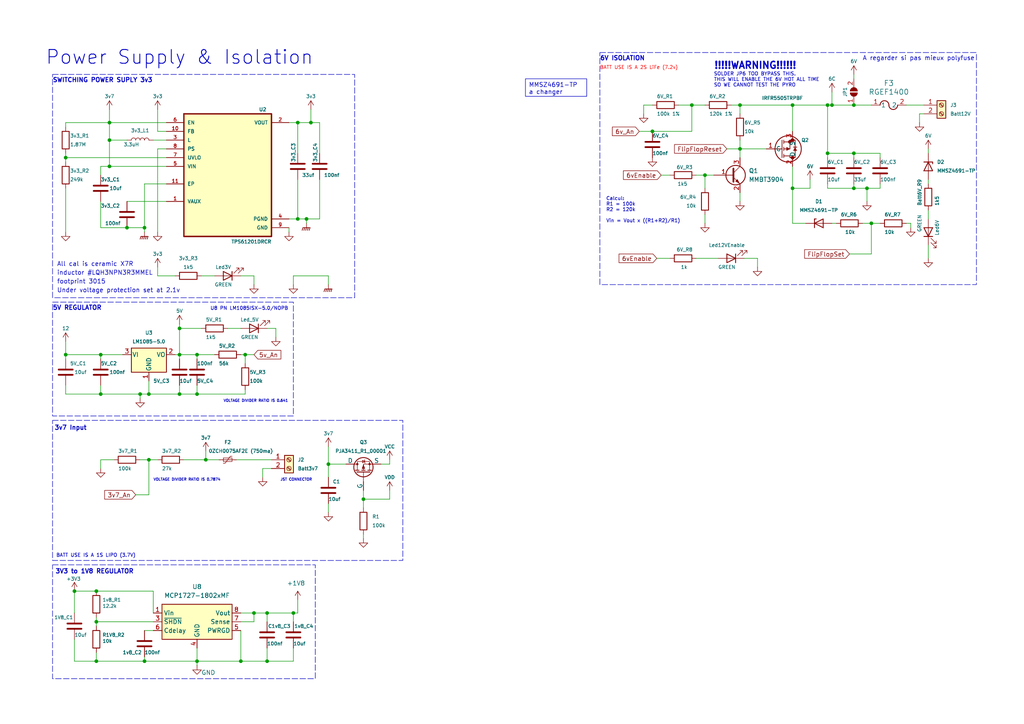
<source format=kicad_sch>
(kicad_sch (version 20231120) (generator "eeschema") (generator_version "8.0")
  (paper "A4")
  (title_block (title "PowerSupply") (date "2024-11-09") (company "GAUL"))
  (lib_symbols
    (symbol "Connector:Screw_Terminal_01x02" (pin_names (offset 1.016) hide)
      (property "Reference" "J" (at 0 2.54 0))
      (property "Value" "Screw_Terminal_01x02" (at 0 -5.08 0))
      (symbol "Screw_Terminal_01x02_1_1"
        (pin passive line (at -5.08 0 0) (length 3.81) (name "Pin_1") (number "1"))
        (pin passive line (at -5.08 -2.54 0) (length 3.81) (name "Pin_2") (number "2"))
      )
    )
    (symbol "Device:C" (pin_numbers hide) (pin_names (offset 0.254))
      (property "Reference" "C" (at 0.635 2.54 0))
      (property "Value" "C" (at 0.635 -2.54 0))
      (symbol "C_1_1"
        (pin passive line (at 0 3.81 270) (length 2.794) (name "~") (number "1"))
        (pin passive line (at 0 -3.81 90) (length 2.794) (name "~") (number "2"))
      )
    )
    (symbol "Device:L" (pin_numbers hide) (pin_names (offset 1.016) hide)
      (property "Reference" "L" (at -1.27 0 90))
      (property "Value" "L" (at 1.905 0 90))
      (symbol "L_1_1"
        (pin passive line (at 0 3.81 270) (length 1.27) (name "1") (number "1"))
        (pin passive line (at 0 -3.81 90) (length 1.27) (name "2") (number "2"))
      )
    )
    (symbol "Device:LED" (pin_numbers hide) (pin_names (offset 1.016) hide)
      (property "Reference" "D" (at 0 2.54 0))
      (property "Value" "LED" (at 0 -2.54 0))
      (symbol "LED_1_1"
        (pin passive line (at -3.81 0 0) (length 2.54) (name "K") (number "1"))
        (pin passive line (at 3.81 0 180) (length 2.54) (name "A") (number "2"))
      )
    )
    (symbol "Device:Polyfuse_Small" (pin_numbers hide) (pin_names (offset 0))
      (property "Reference" "F" (at -1.905 0 90))
      (property "Value" "Polyfuse_Small" (at 1.905 0 90))
      (symbol "Polyfuse_Small_1_1"
        (pin passive line (at 0 2.54 270) (length 0.635) (name "~") (number "1"))
        (pin passive line (at 0 -2.54 90) (length 0.635) (name "~") (number "2"))
      )
    )
    (symbol "Device:R" (pin_numbers hide) (pin_names (offset 0))
      (property "Reference" "R" (at 2.032 0 90))
      (property "Value" "R" (at 0 0 90))
      (symbol "R_1_1"
        (pin passive line (at 0 3.81 270) (length 1.27) (name "~") (number "1"))
        (pin passive line (at 0 -3.81 90) (length 1.27) (name "~") (number "2"))
      )
    )
    (symbol "Diode:BZV55C6V2" (pin_numbers hide) (pin_names hide)
      (property "Reference" "D" (at 0 2.54 0))
      (property "Value" "BZV55C6V2" (at 0 -2.54 0))
      (symbol "BZV55C6V2_1_1"
        (pin passive line (at -3.81 0 0) (length 2.54) (name "K") (number "1"))
        (pin passive line (at 3.81 0 180) (length 2.54) (name "A") (number "2"))
      )
    )
    (symbol "GND_1" (power) (pin_numbers hide) (pin_names (offset 0) hide)
      (property "Value" "GND" (at 0 -3.81 0))
      (symbol "GND_1_1_1"
        (pin power_in line (at 0 0 270) (length 0) (name "~") (number "1"))
      )
    )
    (symbol "IRFR5505TRPBF:IRFR5505TRPBF" (pin_names (offset 0.254))
      (property "Reference" "MOSFET" (at 11.43 1.905 0))
      (property "Value" "IRFR5505TRPBF" (at 11.43 -2.54 0))
      (symbol "IRFR5505TRPBF_0_1"
        (pin unspecified line (at 0 0 0) (length 2.54) (name "G") (number "1"))
        (pin unspecified line (at 7.62 5.08 270) (length 2.54) (name "D") (number "2"))
        (pin unspecified line (at 7.62 -5.08 90) (length 2.54) (name "S") (number "3"))
      )
    )
    (symbol "Jumper:SolderJumper_2_Open" (pin_names (offset 0) hide)
      (property "Reference" "JP" (at 0 2.032 0))
      (property "Value" "SolderJumper_2_Open" (at 0 -2.54 0))
      (symbol "SolderJumper_2_Open_1_1"
        (pin passive line (at -3.81 0 0) (length 2.54) (name "A") (number "1"))
        (pin passive line (at 3.81 0 180) (length 2.54) (name "B") (number "2"))
      )
    )
    (symbol "RGEF1400:RGEF1400" (pin_names (offset 0.254))
      (property "Reference" "F" (at 5.08 3.175 0))
      (property "Value" "RGEF1400" (at 5.08 -3.175 0))
      (symbol "RGEF1400_1_1"
        (pin unspecified line (at 0 0 0) (length 2.54) (name "1") (number "1"))
        (pin unspecified line (at 10.16 0 180) (length 2.54) (name "2") (number "2"))
      )
      (symbol "RGEF1400_1_2"
        (pin unspecified line (at 0 0 90) (length 2.54) (name "1") (number "1"))
        (pin unspecified line (at 0 10.16 270) (length 2.54) (name "2") (number "2"))
      )
    )
    (symbol "Regulator_Linear:LM1085-5.0" (pin_names (offset 0.254))
      (property "Reference" "U8" (at 0 6.35 0))
      (property "Value" "LM1085-5.0" (at 0 3.81 0))
      (symbol "LM1085-5.0_1_1"
        (pin power_in line (at 0 -7.62 90) (length 2.54) (name "GND") (number "1"))
        (pin passive line (at 7.62 0 180) (length 2.54) (name "VO") (number "2"))
        (pin power_in line (at -7.62 0 0) (length 2.54) (name "VI") (number "3"))
      )
    )
    (symbol "Regulator_Linear:MCP1727-1802xMF"
      (property "Reference" "U" (at -7.62 8.89 0))
      (property "Value" "MCP1727-1802xMF" (at 11.43 8.89 0))
      (symbol "MCP1727-1802xMF_0_0"
        (pin open_collector line (at 12.7 -2.54 180) (length 2.54) (name "PWRGD") (number "5"))
        (pin input line (at -12.7 -2.54 0) (length 2.54) (name "Cdelay") (number "6"))
        (pin input line (at 12.7 0 180) (length 2.54) (name "Sense") (number "7"))
        (pin power_out line (at 12.7 2.54 180) (length 2.54) (name "Vout") (number "8"))
      )
      (symbol "MCP1727-1802xMF_1_1"
        (pin power_in line (at -12.7 2.54 0) (length 2.54) (name "Vin") (number "1"))
        (pin passive line (at -12.7 2.54 0) (length 2.54) hide (name "Vin") (number "2"))
        (pin input line (at -12.7 0 0) (length 2.54) (name "~{SHDN}") (number "3"))
        (pin power_in line (at 0 -7.62 90) (length 2.54) (name "GND") (number "4"))
        (pin passive line (at 0 -7.62 90) (length 2.54) hide (name "GND") (number "9"))
      )
    )
    (symbol "Simulation_SPICE:PMOS" (pin_numbers hide) (pin_names (offset 0))
      (property "Reference" "Q2" (at 8.89 0 90))
      (property "Value" "PMOS" (at 6.35 0 90))
      (symbol "PMOS_1_1"
        (pin input line (at -5.08 0 0) (length 2.54) (name "G") (number "1"))
        (pin passive line (at 2.54 -5.08 90) (length 2.54) (name "S") (number "2"))
        (pin passive line (at 2.54 5.08 270) (length 2.54) (name "D") (number "3"))
      )
    )
    (symbol "TPS61201DRCR:TPS61201DRCR" (pin_names (offset 1.016))
      (property "Reference" "U5" (at 10.16 19.05 0))
      (property "Value" "TPS61201DRCR" (at 5.08 -19.05 0))
      (symbol "TPS61201DRCR_0_0"
        (pin bidirectional line (at -17.78 -7.62 0) (length 5.08) (name "VAUX") (number "1"))
        (pin input line (at -17.78 12.7 0) (length 5.08) (name "FB") (number "10"))
        (pin bidirectional line (at -17.78 -2.54 0) (length 5.08) (name "EP") (number "11"))
        (pin input line (at -17.78 10.16 0) (length 5.08) (name "L") (number "3"))
        (pin power_in line (at 17.78 -12.7 180) (length 5.08) (name "PGND") (number "4"))
        (pin input line (at -17.78 2.54 0) (length 5.08) (name "VIN") (number "5"))
        (pin input line (at -17.78 15.24 0) (length 5.08) (name "EN") (number "6"))
        (pin input line (at -17.78 5.08 0) (length 5.08) (name "UVLO") (number "7"))
        (pin input line (at -17.78 7.62 0) (length 5.08) (name "PS") (number "8"))
        (pin power_in line (at 17.78 -15.24 180) (length 5.08) (name "GND") (number "9"))
      )
      (symbol "TPS61201DRCR_1_0"
        (pin passive line (at 17.78 15.24 180) (length 5.08) (name "VOUT") (number "2"))
      )
    )
    (symbol "Transistor_BJT:MMBT3904" (pin_names (offset 0) hide)
      (property "Reference" "Q" (at 5.08 1.905 0))
      (property "Value" "MMBT3904" (at 5.08 0 0))
      (symbol "MMBT3904_1_1"
        (pin input line (at -5.08 0 0) (length 5.715) (name "B") (number "1"))
        (pin passive line (at 2.54 -5.08 90) (length 2.54) (name "E") (number "2"))
        (pin passive line (at 2.54 5.08 270) (length 2.54) (name "C") (number "3"))
      )
    )
    (symbol "power:+12C" (power) (pin_names (offset 0))
      (property "Value" "+12C" (at 0 3.81 0))
      (symbol "+12C_1_1"
        (pin power_in line (at 0 0 90) (length 0) hide (name "+12C") (number "1"))
      )
    )
    (symbol "power:+12P" (power) (pin_names (offset 0))
      (property "Value" "+12P" (at 0 3.556 0))
      (symbol "+12P_1_1"
        (pin power_in line (at 0 0 90) (length 0) hide (name "+12P") (number "1"))
      )
    )
    (symbol "power:+12V" (power) (pin_names (offset 0))
      (property "Value" "+12V" (at 0 3.556 0))
      (symbol "+12V_1_1"
        (pin power_in line (at 0 0 90) (length 0) hide (name "+12V") (number "1"))
      )
    )
    (symbol "power:+1V8" (power) (pin_numbers hide) (pin_names (offset 0) hide)
      (property "Value" "+1V8" (at 0 3.556 0))
      (symbol "+1V8_1_1"
        (pin power_in line (at 0 0 90) (length 0) (name "~") (number "1"))
      )
    )
    (symbol "power:+3V3" (power) (pin_names (offset 0))
      (property "Value" "+3V3" (at 0 3.556 0))
      (symbol "+3V3_1_1"
        (pin power_in line (at 0 0 90) (length 0) hide (name "+3V3") (number "1"))
      )
    )
    (symbol "power:+5V" (power) (pin_names (offset 0))
      (property "Value" "+5V" (at 0 3.556 0))
      (symbol "+5V_1_1"
        (pin power_in line (at 0 0 90) (length 0) hide (name "+5V") (number "1"))
      )
    )
    (symbol "power:+BATT" (power) (pin_names (offset 0))
      (property "Value" "+BATT" (at 0 3.556 0))
      (symbol "+BATT_1_1"
        (pin power_in line (at 0 0 90) (length 0) hide (name "+BATT") (number "1"))
      )
    )
    (symbol "power:GND" (power) (pin_names (offset 0))
      (property "Value" "GND" (at 0 -3.81 0))
      (symbol "GND_1_1"
        (pin power_in line (at 0 0 270) (length 0) hide (name "GND") (number "1"))
      )
    )
    (symbol "power:GNDPWR" (power) (pin_names (offset 0))
      (property "Value" "GNDPWR" (at 0 -3.302 0))
      (symbol "GNDPWR_1_1"
        (pin power_in line (at 0 0 270) (length 0) hide (name "GNDPWR") (number "1"))
      )
    )
    (symbol "power:VCC" (power) (pin_names (offset 0))
      (property "Value" "VCC" (at 0 3.81 0))
      (symbol "VCC_1_1"
        (pin power_in line (at 0 0 90) (length 0) hide (name "VCC") (number "1"))
      )
    )
    (symbol "power:VDD" (power) (pin_names (offset 0))
      (property "Value" "VDD" (at 0 3.81 0))
      (symbol "VDD_1_1"
        (pin power_in line (at 0 0 90) (length 0) hide (name "VDD") (number "1"))
      )
    )
  )
  (junction (at 19.05 102.87))
  (junction (at 31.75 35.56))
  (junction (at 240.03 44.45))
  (junction (at 52.07 114.3))
  (junction (at 27.94 171.45))
  (junction (at 247.65 44.45))
  (junction (at 86.36 35.56))
  (junction (at 90.17 35.56))
  (junction (at 19.05 45.72))
  (junction (at 189.23 38.1))
  (junction (at 29.21 102.87))
  (junction (at 43.18 133.35))
  (junction (at 43.18 114.3))
  (junction (at 73.66 177.8))
  (junction (at 86.36 63.5))
  (junction (at 105.41 144.78))
  (junction (at 241.3 30.48))
  (junction (at 88.9 63.5))
  (junction (at 252.73 64.77))
  (junction (at 77.47 191.77))
  (junction (at 229.87 30.48))
  (junction (at 36.83 66.04))
  (junction (at 41.91 191.77))
  (junction (at 214.63 30.48))
  (junction (at 31.75 40.64))
  (junction (at 247.65 54.61))
  (junction (at 57.15 114.3))
  (junction (at 57.15 102.87))
  (junction (at 69.85 191.77))
  (junction (at 200.66 30.48))
  (junction (at 59.69 133.35))
  (junction (at 251.46 54.61))
  (junction (at 52.07 95.25))
  (junction (at 57.15 191.77))
  (junction (at 240.03 30.48))
  (junction (at 40.64 114.3))
  (junction (at 41.91 66.04))
  (junction (at 77.47 177.8))
  (junction (at 95.25 134.62))
  (junction (at 214.63 43.18))
  (junction (at 204.47 50.8))
  (junction (at 71.12 102.87))
  (junction (at 31.75 48.26))
  (junction (at 229.87 54.61))
  (junction (at 85.09 177.8))
  (junction (at 27.94 180.34))
  (junction (at 21.59 171.45))
  (junction (at 247.65 30.48))
  (junction (at 29.21 114.3))
  (junction (at 52.07 102.87))
  (junction (at 27.94 191.77))
  (wire (pts (xy 214.63 40.64) (xy 214.63 43.18)))
  (wire (pts (xy 92.71 35.56) (xy 90.17 35.56)))
  (wire (pts (xy 266.7 33.02) (xy 266.7 35.56)))
  (wire (pts (xy 31.75 35.56) (xy 48.26 35.56)))
  (wire (pts (xy 48.26 53.34) (xy 41.91 53.34)))
  (wire (pts (xy 71.12 102.87) (xy 73.66 102.87)))
  (wire (pts (xy 250.19 64.77) (xy 252.73 64.77)))
  (wire (pts (xy 45.72 38.1) (xy 48.26 38.1)))
  (wire (pts (xy 240.03 54.61) (xy 247.65 54.61)))
  (wire (pts (xy 83.82 66.04) (xy 83.82 67.31)))
  (wire (pts (xy 59.69 130.81) (xy 59.69 133.35)))
  (wire (pts (xy 52.07 95.25) (xy 58.42 95.25)))
  (wire (pts (xy 29.21 111.76) (xy 29.21 114.3)))
  (wire (pts (xy 19.05 114.3) (xy 29.21 114.3)))
  (wire (pts (xy 219.71 74.93) (xy 219.71 77.47)))
  (wire (pts (xy 71.12 102.87) (xy 71.12 105.41)))
  (wire (pts (xy 29.21 114.3) (xy 40.64 114.3)))
  (wire (pts (xy 262.89 64.77) (xy 264.16 64.77)))
  (wire (pts (xy 113.03 144.78) (xy 105.41 144.78)))
  (wire (pts (xy 21.59 191.77) (xy 27.94 191.77)))
  (wire (pts (xy 43.18 114.3) (xy 40.64 114.3)))
  (wire (pts (xy 255.27 44.45) (xy 255.27 45.72)))
  (wire (pts (xy 267.97 33.02) (xy 266.7 33.02)))
  (wire (pts (xy 214.63 55.88) (xy 214.63 58.42)))
  (wire (pts (xy 229.87 30.48) (xy 229.87 38.1)))
  (wire (pts (xy 92.71 52.07) (xy 92.71 63.5)))
  (wire (pts (xy 240.03 53.34) (xy 240.03 54.61)))
  (wire (pts (xy 48.26 43.18) (xy 45.72 43.18)))
  (wire (pts (xy 57.15 114.3) (xy 71.12 114.3)))
  (wire (pts (xy 204.47 54.61) (xy 204.47 50.8)))
  (wire (pts (xy 52.07 95.25) (xy 52.07 102.87)))
  (wire (pts (xy 85.09 177.8) (xy 77.47 177.8)))
  (wire (pts (xy 69.85 80.01) (xy 73.66 80.01)))
  (wire (pts (xy 92.71 63.5) (xy 88.9 63.5)))
  (wire (pts (xy 200.66 30.48) (xy 204.47 30.48)))
  (wire (pts (xy 29.21 66.04) (xy 36.83 66.04)))
  (wire (pts (xy 92.71 44.45) (xy 92.71 35.56)))
  (wire (pts (xy 113.03 142.24) (xy 113.03 144.78)))
  (wire (pts (xy 210.82 43.18) (xy 214.63 43.18)))
  (wire (pts (xy 252.73 64.77) (xy 255.27 64.77)))
  (wire (pts (xy 95.25 129.54) (xy 95.25 134.62)))
  (wire (pts (xy 85.09 191.77) (xy 77.47 191.77)))
  (wire (pts (xy 196.85 30.48) (xy 200.66 30.48)))
  (wire (pts (xy 43.18 133.35) (xy 45.72 133.35)))
  (wire (pts (xy 86.36 63.5) (xy 88.9 63.5)))
  (wire (pts (xy 269.24 71.12) (xy 269.24 74.93)))
  (wire (pts (xy 105.41 154.94) (xy 105.41 156.21)))
  (wire (pts (xy 77.47 95.25) (xy 80.01 95.25)))
  (wire (pts (xy 229.87 54.61) (xy 234.95 54.61)))
  (wire (pts (xy 41.91 182.88) (xy 44.45 182.88)))
  (wire (pts (xy 21.59 171.45) (xy 27.94 171.45)))
  (wire (pts (xy 233.68 64.77) (xy 229.87 64.77)))
  (wire (pts (xy 247.65 30.48) (xy 252.73 30.48)))
  (wire (pts (xy 69.85 177.8) (xy 73.66 177.8)))
  (wire (pts (xy 95.25 134.62) (xy 100.33 134.62)))
  (wire (pts (xy 29.21 102.87) (xy 29.21 104.14)))
  (wire (pts (xy 86.36 177.8) (xy 85.09 177.8)))
  (wire (pts (xy 83.82 35.56) (xy 86.36 35.56)))
  (wire (pts (xy 40.64 114.3) (xy 40.64 115.57)))
  (wire (pts (xy 113.03 134.62) (xy 113.03 133.35)))
  (wire (pts (xy 31.75 48.26) (xy 31.75 40.64)))
  (wire (pts (xy 269.24 43.18) (xy 269.24 44.45)))
  (wire (pts (xy 27.94 191.77) (xy 41.91 191.77)))
  (wire (pts (xy 58.42 80.01) (xy 62.23 80.01)))
  (wire (pts (xy 95.25 82.55) (xy 95.25 80.01)))
  (wire (pts (xy 247.65 44.45) (xy 247.65 45.72)))
  (wire (pts (xy 214.63 43.18) (xy 222.25 43.18)))
  (wire (pts (xy 39.37 143.51) (xy 43.18 143.51)))
  (wire (pts (xy 27.94 171.45) (xy 44.45 171.45)))
  (wire (pts (xy 44.45 171.45) (xy 44.45 177.8)))
  (wire (pts (xy 86.36 173.99) (xy 86.36 177.8)))
  (wire (pts (xy 29.21 133.35) (xy 29.21 135.89)))
  (wire (pts (xy 35.56 102.87) (xy 29.21 102.87)))
  (wire (pts (xy 86.36 35.56) (xy 90.17 35.56)))
  (wire (pts (xy 48.26 48.26) (xy 31.75 48.26)))
  (wire (pts (xy 246.38 73.66) (xy 252.73 73.66)))
  (wire (pts (xy 85.09 180.34) (xy 85.09 177.8)))
  (wire (pts (xy 52.07 111.76) (xy 52.07 114.3)))
  (wire (pts (xy 247.65 44.45) (xy 255.27 44.45)))
  (wire (pts (xy 241.3 64.77) (xy 242.57 64.77)))
  (wire (pts (xy 69.85 180.34) (xy 73.66 180.34)))
  (wire (pts (xy 204.47 62.23) (xy 204.47 64.77)))
  (wire (pts (xy 19.05 111.76) (xy 19.05 114.3)))
  (wire (pts (xy 57.15 187.96) (xy 57.15 191.77)))
  (wire (pts (xy 247.65 54.61) (xy 251.46 54.61)))
  (wire (pts (xy 240.03 44.45) (xy 247.65 44.45)))
  (wire (pts (xy 201.93 74.93) (xy 208.28 74.93)))
  (wire (pts (xy 69.85 191.77) (xy 57.15 191.77)))
  (wire (pts (xy 240.03 30.48) (xy 240.03 44.45)))
  (wire (pts (xy 95.25 146.05) (xy 95.25 148.59)))
  (wire (pts (xy 105.41 144.78) (xy 105.41 142.24)))
  (wire (pts (xy 43.18 110.49) (xy 43.18 114.3)))
  (wire (pts (xy 215.9 74.93) (xy 219.71 74.93)))
  (wire (pts (xy 57.15 111.76) (xy 57.15 114.3)))
  (wire (pts (xy 186.69 30.48) (xy 186.69 33.02)))
  (wire (pts (xy 90.17 35.56) (xy 90.17 31.75)))
  (wire (pts (xy 68.58 133.35) (xy 78.74 133.35)))
  (wire (pts (xy 189.23 38.1) (xy 200.66 38.1)))
  (wire (pts (xy 255.27 53.34) (xy 255.27 54.61)))
  (wire (pts (xy 269.24 60.96) (xy 269.24 63.5)))
  (wire (pts (xy 229.87 48.26) (xy 229.87 54.61)))
  (wire (pts (xy 69.85 102.87) (xy 71.12 102.87)))
  (wire (pts (xy 50.8 102.87) (xy 52.07 102.87)))
  (wire (pts (xy 31.75 31.75) (xy 31.75 35.56)))
  (wire (pts (xy 234.95 54.61) (xy 234.95 52.07)))
  (wire (pts (xy 19.05 54.61) (xy 19.05 67.31)))
  (wire (pts (xy 66.04 95.25) (xy 69.85 95.25)))
  (wire (pts (xy 86.36 35.56) (xy 86.36 44.45)))
  (wire (pts (xy 212.09 30.48) (xy 214.63 30.48)))
  (wire (pts (xy 251.46 54.61) (xy 255.27 54.61)))
  (wire (pts (xy 204.47 50.8) (xy 207.01 50.8)))
  (wire (pts (xy 105.41 144.78) (xy 105.41 147.32)))
  (wire (pts (xy 76.2 135.89) (xy 76.2 138.43)))
  (wire (pts (xy 41.91 53.34) (xy 41.91 66.04)))
  (wire (pts (xy 29.21 48.26) (xy 29.21 50.8)))
  (wire (pts (xy 88.9 63.5) (xy 88.9 64.77)))
  (wire (pts (xy 45.72 77.47) (xy 45.72 80.01)))
  (wire (pts (xy 41.91 191.77) (xy 57.15 191.77)))
  (wire (pts (xy 214.63 33.02) (xy 214.63 30.48)))
  (wire (pts (xy 190.5 74.93) (xy 194.31 74.93)))
  (wire (pts (xy 240.03 44.45) (xy 240.03 45.72)))
  (wire (pts (xy 27.94 189.23) (xy 27.94 191.77)))
  (wire (pts (xy 214.63 43.18) (xy 214.63 45.72)))
  (wire (pts (xy 85.09 80.01) (xy 95.25 80.01)))
  (wire (pts (xy 57.15 193.04) (xy 57.15 191.77)))
  (wire (pts (xy 19.05 99.06) (xy 19.05 102.87)))
  (wire (pts (xy 110.49 134.62) (xy 113.03 134.62)))
  (wire (pts (xy 241.3 26.67) (xy 241.3 30.48)))
  (wire (pts (xy 73.66 180.34) (xy 73.66 177.8)))
  (wire (pts (xy 83.82 63.5) (xy 86.36 63.5)))
  (wire (pts (xy 36.83 40.64) (xy 31.75 40.64)))
  (wire (pts (xy 229.87 30.48) (xy 240.03 30.48)))
  (wire (pts (xy 19.05 35.56) (xy 19.05 36.83)))
  (wire (pts (xy 33.02 133.35) (xy 29.21 133.35)))
  (wire (pts (xy 21.59 171.45) (xy 21.59 177.8)))
  (wire (pts (xy 77.47 191.77) (xy 69.85 191.77)))
  (wire (pts (xy 45.72 80.01) (xy 50.8 80.01)))
  (wire (pts (xy 241.3 30.48) (xy 247.65 30.48)))
  (wire (pts (xy 19.05 46.99) (xy 19.05 45.72)))
  (wire (pts (xy 85.09 187.96) (xy 85.09 191.77)))
  (wire (pts (xy 36.83 66.04) (xy 41.91 66.04)))
  (wire (pts (xy 262.89 30.48) (xy 267.97 30.48)))
  (wire (pts (xy 19.05 45.72) (xy 48.26 45.72)))
  (wire (pts (xy 19.05 102.87) (xy 19.05 104.14)))
  (wire (pts (xy 200.66 38.1) (xy 200.66 30.48)))
  (wire (pts (xy 29.21 58.42) (xy 29.21 66.04)))
  (wire (pts (xy 19.05 35.56) (xy 31.75 35.56)))
  (wire (pts (xy 57.15 102.87) (xy 62.23 102.87)))
  (wire (pts (xy 43.18 143.51) (xy 43.18 133.35)))
  (wire (pts (xy 27.94 179.07) (xy 27.94 180.34)))
  (wire (pts (xy 52.07 93.98) (xy 52.07 95.25)))
  (wire (pts (xy 240.03 30.48) (xy 241.3 30.48)))
  (wire (pts (xy 264.16 64.77) (xy 264.16 66.04)))
  (wire (pts (xy 53.34 133.35) (xy 59.69 133.35)))
  (wire (pts (xy 29.21 102.87) (xy 19.05 102.87)))
  (wire (pts (xy 27.94 180.34) (xy 44.45 180.34)))
  (wire (pts (xy 229.87 64.77) (xy 229.87 54.61)))
  (wire (pts (xy 41.91 190.5) (xy 41.91 191.77)))
  (wire (pts (xy 44.45 40.64) (xy 48.26 40.64)))
  (wire (pts (xy 247.65 21.59) (xy 247.65 22.86)))
  (wire (pts (xy 27.94 180.34) (xy 27.94 181.61)))
  (wire (pts (xy 52.07 114.3) (xy 57.15 114.3)))
  (wire (pts (xy 57.15 102.87) (xy 57.15 104.14)))
  (wire (pts (xy 251.46 54.61) (xy 251.46 58.42)))
  (wire (pts (xy 77.47 180.34) (xy 77.47 177.8)))
  (wire (pts (xy 40.64 133.35) (xy 43.18 133.35)))
  (wire (pts (xy 21.59 185.42) (xy 21.59 191.77)))
  (wire (pts (xy 73.66 80.01) (xy 73.66 82.55)))
  (wire (pts (xy 77.47 187.96) (xy 77.47 191.77)))
  (wire (pts (xy 80.01 95.25) (xy 80.01 97.79)))
  (wire (pts (xy 52.07 102.87) (xy 52.07 104.14)))
  (wire (pts (xy 78.74 135.89) (xy 76.2 135.89)))
  (wire (pts (xy 48.26 58.42) (xy 36.83 58.42)))
  (wire (pts (xy 71.12 114.3) (xy 71.12 113.03)))
  (wire (pts (xy 52.07 102.87) (xy 57.15 102.87)))
  (wire (pts (xy 247.65 53.34) (xy 247.65 54.61)))
  (wire (pts (xy 269.24 52.07) (xy 269.24 53.34)))
  (wire (pts (xy 69.85 182.88) (xy 69.85 191.77)))
  (wire (pts (xy 85.09 80.01) (xy 85.09 82.55)))
  (wire (pts (xy 43.18 114.3) (xy 52.07 114.3)))
  (wire (pts (xy 31.75 35.56) (xy 31.75 40.64)))
  (wire (pts (xy 59.69 133.35) (xy 63.5 133.35)))
  (wire (pts (xy 45.72 43.18) (xy 45.72 67.31)))
  (wire (pts (xy 86.36 52.07) (xy 86.36 63.5)))
  (wire (pts (xy 73.66 177.8) (xy 77.47 177.8)))
  (wire (pts (xy 214.63 30.48) (xy 229.87 30.48)))
  (wire (pts (xy 191.77 50.8) (xy 194.31 50.8)))
  (wire (pts (xy 185.42 38.1) (xy 189.23 38.1)))
  (wire (pts (xy 252.73 73.66) (xy 252.73 64.77)))
  (wire (pts (xy 95.25 138.43) (xy 95.25 134.62)))
  (wire (pts (xy 201.93 50.8) (xy 204.47 50.8)))
  (wire (pts (xy 19.05 44.45) (xy 19.05 45.72)))
  (wire (pts (xy 41.91 66.04) (xy 41.91 67.31)))
  (wire (pts (xy 45.72 31.75) (xy 45.72 38.1)))
  (wire (pts (xy 189.23 30.48) (xy 186.69 30.48)))
  (wire (pts (xy 29.21 48.26) (xy 31.75 48.26)))
  (rectangle (start 15.24 21.59) (end 102.87 86.36) (stroke (width 0) (type dash)))
  (rectangle (start 173.99 15.24) (end 283.21 82.55) (stroke (width 0) (type dash)))
  (rectangle (start 15.24 87.63) (end 85.09 120.65) (stroke (width 0) (type dash)))
  (rectangle (start 15.24 163.83) (end 91.44 196.85) (stroke (width 0) (type dash)))
  (rectangle (start 15.24 121.92) (end 116.84 162.56) (stroke (width 0) (type dash)))
  (text_box "MMSZ4691-TP a changer\n" (at 152.4 22.86 0) (size 17.78 5.08) (effects (font (size 1.27 1.27)) (justify left top)))
  (text "Under voltage protection set at 2.1v" (at 16.51 85.09 0) (effects (font (size 1.27 1.27)) (justify left bottom)))
  (text "Calcul: \nR1 = 100k\nR2 = 120k\n\nVin = Vout x ((R1+R2)/R1)" (at 175.768 64.77 0) (effects (font (size 1 1)) (justify left bottom)))
  (text "5V REGULATOR" (at 15.24 90.17 0) (effects (font (size 1.27 1.27) (thickness 0.254) (bold yes)) (justify left bottom)))
  (text "JST CONNECTOR" (at 81.28 139.7 0) (effects (font (size 0.75 0.75)) (justify left bottom)))
  (text "3v7 Input" (at 15.748 124.968 0) (effects (font (size 1.27 1.27) (thickness 0.254) (bold yes)) (justify left bottom)))
  (text "U8 PN LM1085ISX-5.0/NOPB" (at 60.96 90.17 0) (effects (font (size 1 1)) (justify left bottom)))
  (text "footprint 3015" (at 16.51 82.55 0) (effects (font (size 1.27 1.27)) (justify left bottom)))
  (text "3V3 to 1V8 REGULATOR\n\n" (at 16.002 168.656 0) (effects (font (size 1.27 1.27) (thickness 0.254) (bold yes)) (justify left bottom)))
  (text "inductor #LQH3NPN3R3MMEL" (at 16.51 80.01 0) (effects (font (size 1.27 1.27)) (justify left bottom)))
  (text "BATT USE IS A 1S LIPO (3.7V)" (at 16.256 161.798 0) (effects (font (size 1 1)) (justify left bottom)))
  (text "6V ISOLATION" (at 173.99 17.78 0) (effects (font (size 1.27 1.27) (thickness 0.254) (bold yes)) (justify left bottom)))
  (text "VOLTAGE DIVIDER RATIO IS 0.7874" (at 44.45 139.7 0) (effects (font (size 0.75 0.75)) (justify left bottom)))
  (text "!!!!!WARNING!!!!!!" (at 207.01 20.32 0) (effects (font (size 2 2) (thickness 0.4) (bold yes)) (justify left bottom)))
  (text "All cal is ceramic X7R" (at 16.51 77.47 0) (effects (font (size 1.27 1.27)) (justify left bottom)))
  (text "SWITCHING POWER SUPLY 3v3" (at 15.24 24.13 0) (effects (font (size 1.27 1.27) (thickness 0.254) (bold yes)) (justify left bottom)))
  (text "SOLDER JP6 TOO BYPASS THIS.\nTHIS WILL ENABLE THE 6V HOT ALL TIME\nSO WE CANNOT TEST THE PYRO" (at 207.01 25.4 0) (effects (font (size 1 1)) (justify left bottom)))
  (text "A regarder si pas mieux polyfuse\n" (at 266.446 17.018 0) (effects (font (size 1.27 1.27))))
  (text "BATT USE IS A 2S LiFe (7.2v)" (at 173.99 20.32 0) (effects (font (size 1 1) (thickness 0.125)) (justify left bottom)))
  (text "Power Supply & Isolation" (at 52.07 16.764 0) (effects (font (size 4 4) (thickness 0.254) (bold yes))))
  (text "VOLTAGE DIVIDER RATIO IS 0.641" (at 64.77 116.84 0) (effects (font (size 0.75 0.75)) (justify left bottom)))
  (global_label "3v7_An" (shape input) (at 39.37 143.51 180) (property "Intersheetrefs" "${INTERSHEET_REFS}" (effects (hide yes))))
  (global_label "6vEnable" (shape input) (at 190.5 74.93 180) (property "Intersheetrefs" "${INTERSHEET_REFS}" (effects (hide yes))))
  (global_label "FlipFlopSet" (shape input) (at 246.38 73.66 180) (property "Intersheetrefs" "${INTERSHEET_REFS}" (effects (hide yes))))
  (global_label "FlipFlopReset" (shape input) (at 210.82 43.18 180) (property "Intersheetrefs" "${INTERSHEET_REFS}" (effects (hide yes))))
  (global_label "6v_An" (shape input) (at 185.42 38.1 180) (property "Intersheetrefs" "${INTERSHEET_REFS}" (effects (hide yes))))
  (global_label "5v_An" (shape input) (at 73.66 102.87 0) (property "Intersheetrefs" "${INTERSHEET_REFS}" (effects (hide yes))))
  (global_label "6vEnable" (shape input) (at 191.77 50.8 180) (property "Intersheetrefs" "${INTERSHEET_REFS}" (effects (hide yes))))
  (symbol (lib_id "Device:R") (at 19.05 40.64 0) (unit 1)
    (property "Reference" "3v3_R1" (at 20.32 39.37 0) (effects (font (size 1 1)) (justify left)))
    (property "Value" "1.87M" (at 20.32 41.91 0) (effects (font (size 1 1)) (justify left)))
    (property "Footprint" "Resistor_SMD:R_0805_2012Metric" (effects (hide yes)))
  )
  (symbol (lib_id "Device:C") (at 240.03 49.53 0) (unit 1)
    (property "Reference" "6V_C1" (at 240.03 46.99 0) (effects (font (size 1 1)) (justify left)))
    (property "Value" "10uf" (at 240.03 52.07 0) (effects (font (size 1 1)) (justify left)))
    (property "Footprint" "Capacitor_SMD:C_1206_3216Metric" (effects (hide yes)))
  )
  (symbol (lib_id "power:GND") (at 189.23 45.72 0) (unit 1)
    (property "Reference" "#PWR0102" (effects (hide yes)))
    (property "Value" "GND" (effects (hide yes)))
  )
  (symbol (lib_id "power:GND") (at 73.66 82.55 0) (unit 1)
    (property "Reference" "#PWR07" (effects (hide yes)))
    (property "Value" "GND" (effects (hide yes)))
  )
  (symbol (lib_id "power:GND") (at 80.01 97.79 0) (unit 1)
    (property "Reference" "#PWR019" (effects (hide yes)))
    (property "Value" "GND" (effects (hide yes)))
  )
  (symbol (lib_id "power:+3V3") (at 90.17 31.75 0) (unit 1)
    (property "Reference" "#PWR011" (effects (hide yes)))
    (property "Value" "3v3" (at 90.17 27.94 0) (effects (font (size 1 1))))
  )
  (symbol (lib_id "Device:R") (at 269.24 57.15 180) (unit 1)
    (property "Reference" "Batt6V_R9" (at 266.7 59.69 90) (effects (font (size 1 1)) (justify right)))
    (property "Value" "1k5" (at 271.78 59.69 90) (effects (font (size 1 1)) (justify right)))
    (property "Footprint" "Resistor_SMD:R_0805_2012Metric" (effects (hide yes)))
  )
  (symbol (lib_id "Device:C") (at 36.83 62.23 0) (unit 1)
    (property "Reference" "3v3_C2" (at 29.21 59.69 0) (effects (font (size 1 1)) (justify left)))
    (property "Value" "100nf" (at 30.48 64.77 0) (effects (font (size 1 1)) (justify left)))
    (property "Footprint" "Capacitor_SMD:C_0805_2012Metric" (effects (hide yes)))
  )
  (symbol (lib_id "power:GNDPWR") (at 95.25 82.55 0) (unit 1)
    (property "Reference" "#PWR012" (effects (hide yes)))
    (property "Value" "GNDPWR" (effects (hide yes)))
  )
  (symbol (lib_id "Device:R") (at 62.23 95.25 90) (unit 1)
    (property "Reference" "5V_R1" (at 59.69 92.71 90) (effects (font (size 1 1)) (justify right)))
    (property "Value" "1k5" (at 59.69 97.79 90) (effects (font (size 1 1)) (justify right)))
    (property "Footprint" "Resistor_SMD:R_0805_2012Metric" (effects (hide yes)))
  )
  (symbol (lib_id "Device:C") (at 19.05 107.95 0) (unit 1)
    (property "Reference" "5V_C1" (at 20.32 105.41 0) (effects (font (size 1 1)) (justify left)))
    (property "Value" "10uf" (at 21.59 107.95 0) (effects (font (size 1 1)) (justify left)))
    (property "Footprint" "Capacitor_SMD:C_0805_2012Metric" (effects (hide yes)))
  )
  (symbol (lib_id "Device:C") (at 21.59 181.61 0) (unit 1)
    (property "Reference" "1V8_C1" (at 15.748 179.07 0) (effects (font (size 0.9652 0.9652)) (justify left)))
    (property "Value" "10uf" (at 21.59 184.15 0) (effects (font (size 1 1)) (justify left)))
    (property "Footprint" "Capacitor_SMD:C_0805_2012Metric" (effects (hide yes)))
  )
  (symbol (lib_id "Device:C") (at 57.15 107.95 0) (unit 1)
    (property "Reference" "5V_C4" (at 57.15 110.49 0) (effects (font (size 1 1)) (justify left)))
    (property "Value" "100nf" (at 57.15 105.41 0) (effects (font (size 1 1)) (justify left)))
    (property "Footprint" "Capacitor_SMD:C_0805_2012Metric" (effects (hide yes)))
  )
  (symbol (lib_id "Regulator_Linear:MCP1727-1802xMF") (at 57.15 180.34 0) (unit 1)
    (property "Reference" "U8" (at 57.15 170.18 0))
    (property "Value" "MCP1727-1802xMF" (at 57.15 172.72 0))
    (property "Footprint" "Package_DFN_QFN:DFN-8-1EP_3x3mm_P0.65mm_EP1.55x2.4mm" (effects (hide yes)))
    (property "Datasheet" "https://ww1.microchip.com/downloads/aemtest/APID/ProductDocuments/DataSheets/MCP1727-1.5A-Low-Voltage-Low-Quiescent-Current-LDO-Regulator-20001999D.pdf" (effects (hide yes)))
    (property "Description" "1.5A, Low Voltage, Low Quiescent Current LDO Regulator, 2.3 - 6V Input, Fixed 1.8V Output, 330mV Dropout, DFN-8" (effects (hide yes)))
  )
  (symbol (lib_id "power:GND") (at 85.09 82.55 0) (unit 1)
    (property "Reference" "#PWR09" (effects (hide yes)))
    (property "Value" "GND" (effects (hide yes)))
  )
  (symbol (lib_id "Device:R") (at 27.94 175.26 180) (unit 1)
    (property "Reference" "1v8_R1" (at 29.718 173.99 0) (effects (font (size 0.9652 0.9652)) (justify right)))
    (property "Value" "12.2k" (at 29.718 175.768 0) (effects (font (size 0.9652 0.9652)) (justify right)))
    (property "Description" "Resistor" (effects (hide yes)))
  )
  (symbol (lib_id "Device:R") (at 105.41 151.13 0) (unit 1)
    (property "Reference" "R1" (at 107.95 149.86 0) (effects (font (size 1 1)) (justify left)))
    (property "Value" "100k" (at 107.95 152.4 0) (effects (font (size 1 1)) (justify left)))
    (property "Footprint" "Resistor_SMD:R_0805_2012Metric" (effects (hide yes)))
  )
  (symbol (lib_id "Device:R") (at 49.53 133.35 90) (unit 1)
    (property "Reference" "3v7_R2" (at 46.99 130.81 90) (effects (font (size 1 1)) (justify right)))
    (property "Value" "27k" (at 46.99 135.89 90) (effects (font (size 1 1)) (justify right)))
    (property "Footprint" "Resistor_SMD:R_0805_2012Metric" (effects (hide yes)))
  )
  (symbol (lib_id "power:+BATT") (at 59.69 130.81 0) (unit 1)
    (property "Reference" "#PWR021" (effects (hide yes)))
    (property "Value" "3v7" (at 59.69 127 0) (effects (font (size 1 1))))
  )
  (symbol (lib_id "Device:R") (at 246.38 64.77 270) (unit 1)
    (property "Reference" "6V_R6" (at 243.84 62.23 90) (effects (font (size 1 1)) (justify left)))
    (property "Value" "10k" (at 245.11 67.31 90) (effects (font (size 1 1)) (justify left)))
    (property "Footprint" "Resistor_SMD:R_0805_2012Metric" (effects (hide yes)))
  )
  (symbol (lib_id "Diode:BZV55C6V2") (at 237.49 64.77 0) (unit 1)
    (property "Reference" "D1" (at 237.49 58.42 0) (effects (font (size 1 1))))
    (property "Value" "MMSZ4691-TP" (at 237.49 60.96 0) (effects (font (size 1 1))))
    (property "Footprint" "Diode_SMD:D_SOD-123" (effects (hide yes)))
    (property "Datasheet" "https://assets.nexperia.com/documents/data-sheet/BZV55_SER.pdf" (effects (hide yes)))
  )
  (symbol (lib_id "power:VCC") (at 113.03 133.35 0) (unit 1)
    (property "Reference" "#PWR035" (effects (hide yes)))
    (property "Value" "VCC" (at 113.03 129.54 0) (effects (font (size 1 1))))
  )
  (symbol (lib_id "Device:C") (at 85.09 184.15 0) (unit 1)
    (property "Reference" "1v8_C4" (at 85.344 181.61 0) (effects (font (size 1 1)) (justify left)))
    (property "Value" "10uf" (at 85.09 186.69 0) (effects (font (size 1 1)) (justify left)))
    (property "Footprint" "Capacitor_SMD:C_0805_2012Metric" (effects (hide yes)))
  )
  (symbol (lib_id "power:GND") (at 266.7 35.56 0) (unit 1)
    (property "Reference" "#PWR032" (effects (hide yes)))
    (property "Value" "GND" (effects (hide yes)))
  )
  (symbol (lib_id "RGEF1400:RGEF1400") (at 252.73 30.48 0) (unit 1)
    (property "Reference" "F3" (at 257.81 24.13 0) (effects (font (size 1.524 1.524))))
    (property "Value" "RGEF1400" (at 257.81 26.67 0) (effects (font (size 1.524 1.524))))
    (property "Footprint" "FUS_RGEF1400_TYCO_TYC" (effects (hide yes)))
    (property "Datasheet" "RGEF1400" (effects (hide yes)))
  )
  (symbol (lib_id "power:+5V") (at 52.07 93.98 0) (unit 1)
    (property "Reference" "#PWR016" (effects (hide yes)))
    (property "Value" "5V" (at 52.07 90.17 0) (effects (font (size 1 1))))
  )
  (symbol (lib_id "Device:C") (at 255.27 49.53 0) (unit 1)
    (property "Reference" "6V_C3" (at 255.27 46.99 0) (effects (font (size 1 1)) (justify left)))
    (property "Value" "100nf" (at 255.27 52.07 0) (effects (font (size 1 1)) (justify left)))
    (property "Footprint" "Capacitor_SMD:C_1206_3216Metric" (effects (hide yes)))
  )
  (symbol (lib_id "Device:R") (at 66.04 102.87 90) (unit 1)
    (property "Reference" "5V_R2" (at 63.5 100.33 90) (effects (font (size 1 1)) (justify right)))
    (property "Value" "56k" (at 63.5 105.41 90) (effects (font (size 1 1)) (justify right)))
    (property "Footprint" "Resistor_SMD:R_0805_2012Metric" (effects (hide yes)))
  )
  (symbol (lib_id "power:+12C") (at 241.3 26.67 0) (unit 1)
    (property "Reference" "#PWR028" (effects (hide yes)))
    (property "Value" "6C" (at 241.3 22.86 0) (effects (font (size 1 1))))
  )
  (symbol (lib_id "power:GND") (at 19.05 67.31 0) (unit 1)
    (property "Reference" "#PWR01" (effects (hide yes)))
    (property "Value" "GND" (effects (hide yes)))
  )
  (symbol (lib_id "Device:Polyfuse_Small") (at 66.04 133.35 90) (unit 1)
    (property "Reference" "F2" (at 66.04 128.27 90) (effects (font (size 1 1))))
    (property "Value" "0ZCH0075AF2E (750ma)" (at 69.85 130.81 90) (effects (font (size 1 1))))
    (property "Footprint" "Fuse:Fuse_1210_3225Metric" (effects (hide yes)))
  )
  (symbol (lib_id "Connector:Screw_Terminal_01x02") (at 273.05 30.48 0) (unit 1)
    (property "Reference" "J3" (at 275.59 30.48 0) (effects (font (size 1 1)) (justify left)))
    (property "Value" "Batt12V" (at 275.59 33.02 0) (effects (font (size 1 1)) (justify left)))
    (property "Footprint" "Connector_Wire:SolderWire-2.5sqmm_1x02_P8.8mm_D2.4mm_OD4.4mm" (effects (hide yes)))
  )
  (symbol (lib_id "Simulation_SPICE:PMOS") (at 105.41 137.16 90) (unit 1)
    (property "Reference" "Q3" (at 105.41 128.27 90) (effects (font (size 1 1))))
    (property "Value" "PJA3411_R1_00001" (at 104.648 130.81 90) (effects (font (size 1 1))))
    (property "Footprint" "Package_TO_SOT_SMD:SOT-23-3" (effects (hide yes)))
    (property "Datasheet" "https://ngspice.sourceforge.io/docs/ngspice-manual.pdf" (effects (hide yes)))
    (property "Sim.Device" "PMOS" (effects (hide yes)))
    (property "Sim.Type" "VDMOS" (effects (hide yes)))
    (property "Sim.Pins" "1=D 2=G 3=S" (effects (hide yes)))
  )
  (symbol (lib_id "Device:R") (at 204.47 58.42 180) (unit 1)
    (property "Reference" "6V_R4" (at 201.93 57.15 0) (effects (font (size 1 1)) (justify left)))
    (property "Value" "10k" (at 201.93 59.69 0) (effects (font (size 1 1)) (justify left)))
    (property "Footprint" "Resistor_SMD:R_0805_2012Metric" (effects (hide yes)))
  )
  (symbol (lib_id "Device:R") (at 193.04 30.48 90) (unit 1)
    (property "Reference" "6V_R1" (at 190.5 27.94 90) (effects (font (size 1 1)) (justify right)))
    (property "Value" "100k 1%" (at 190.5 33.02 90) (effects (font (size 1 1)) (justify right)))
    (property "Footprint" "Resistor_SMD:R_0805_2012Metric" (effects (hide yes)))
  )
  (symbol (lib_id "Transistor_BJT:MMBT3904") (at 212.09 50.8 0) (unit 1)
    (property "Reference" "Q1" (at 217.17 49.53 0) (effects (justify left)))
    (property "Value" "MMBT3904" (at 217.17 52.07 0) (effects (justify left)))
    (property "Footprint" "Package_TO_SOT_SMD:SOT-23" (effects (hide yes)))
    (property "Datasheet" "https://www.onsemi.com/pdf/datasheet/pzt3904-d.pdf" (effects (hide yes)))
  )
  (symbol (lib_id "Device:C") (at 29.21 54.61 0) (unit 1)
    (property "Reference" "3v3_C1" (at 29.21 52.07 0) (effects (font (size 1 1)) (justify left)))
    (property "Value" "10uf" (at 31.75 54.61 0) (effects (font (size 1 1)) (justify left)))
    (property "Footprint" "Capacitor_SMD:C_0805_2012Metric" (effects (hide yes)))
  )
  (symbol (lib_name "GND_1") (lib_id "power:GND") (at 57.15 193.04 0) (unit 1)
    (property "Reference" "#PWR060" (effects (hide yes)))
    (property "Value" "GND" (at 62.484 195.072 0) (effects (justify right)))
    (property "Description" "Power symbol creates a global label with name \"GND\" , ground" (effects (hide yes)))
  )
  (symbol (lib_id "Device:R") (at 19.05 50.8 0) (unit 1)
    (property "Reference" "3v3_R2" (at 20.32 49.53 0) (effects (font (size 1 1)) (justify left)))
    (property "Value" "249k" (at 20.32 52.07 0) (effects (font (size 1 1)) (justify left)))
    (property "Footprint" "Resistor_SMD:R_0805_2012Metric" (effects (hide yes)))
  )
  (symbol (lib_id "power:GNDPWR") (at 41.91 67.31 0) (unit 1)
    (property "Reference" "#PWR03" (effects (hide yes)))
    (property "Value" "GNDPWR" (effects (hide yes)))
  )
  (symbol (lib_id "power:VDD") (at 113.03 142.24 0) (unit 1)
    (property "Reference" "#PWR036" (effects (hide yes)))
    (property "Value" "VDD" (at 113.03 138.43 0) (effects (font (size 1 1))))
  )
  (symbol (lib_id "power:+1V8") (at 86.36 173.99 0) (unit 1)
    (property "Reference" "#PWR061" (effects (hide yes)))
    (property "Value" "+1V8" (at 85.852 169.164 0))
    (property "Description" "Power symbol creates a global label with name \"+1V8\"" (effects (hide yes)))
  )
  (symbol (lib_id "power:GND") (at 83.82 67.31 0) (unit 1)
    (property "Reference" "#PWR08" (effects (hide yes)))
    (property "Value" "GND" (effects (hide yes)))
  )
  (symbol (lib_id "Device:LED") (at 66.04 80.01 180) (unit 1)
    (property "Reference" "Led3V" (at 64.77 77.47 0) (effects (font (size 1 1))))
    (property "Value" "GREEN" (at 64.77 82.55 0) (effects (font (size 1 1))))
    (property "Footprint" "LED_SMD:LED_0805_2012Metric" (effects (hide yes)))
  )
  (symbol (lib_id "Device:C") (at 247.65 49.53 0) (unit 1)
    (property "Reference" "6V_C2" (at 247.65 46.99 0) (effects (font (size 1 1)) (justify left)))
    (property "Value" "33uf" (at 247.65 52.07 0) (effects (font (size 1 1)) (justify left)))
    (property "Footprint" "Capacitor_SMD:C_1206_3216Metric" (effects (hide yes)))
  )
  (symbol (lib_id "Device:LED") (at 212.09 74.93 180) (unit 1)
    (property "Reference" "Led12VEnable" (at 210.82 71.12 0) (effects (font (size 1 1))))
    (property "Value" "GREEN" (at 210.82 77.47 0) (effects (font (size 1 1))))
    (property "Footprint" "LED_SMD:LED_0805_2012Metric" (effects (hide yes)))
  )
  (symbol (lib_id "power:GND") (at 29.21 135.89 0) (unit 1)
    (property "Reference" "#PWR020" (effects (hide yes)))
    (property "Value" "GND" (effects (hide yes)))
  )
  (symbol (lib_id "Device:C") (at 77.47 184.15 0) (unit 1)
    (property "Reference" "C1v8_C3" (at 77.724 181.61 0) (effects (font (size 1 1)) (justify left)))
    (property "Value" "100nf" (at 77.47 186.69 0) (effects (font (size 1 1)) (justify left)))
    (property "Footprint" "Capacitor_SMD:C_0805_2012Metric" (effects (hide yes)))
  )
  (symbol (lib_id "Device:R") (at 71.12 109.22 180) (unit 1)
    (property "Reference" "5V_R3" (at 72.39 107.95 0) (effects (font (size 1 1)) (justify right)))
    (property "Value" "100k" (at 72.39 110.49 0) (effects (font (size 1 1)) (justify right)))
    (property "Footprint" "Resistor_SMD:R_0805_2012Metric" (effects (hide yes)))
  )
  (symbol (lib_id "power:+12V") (at 247.65 21.59 0) (unit 1)
    (property "Reference" "#PWR029" (effects (hide yes)))
    (property "Value" "6V" (at 247.65 17.78 0) (effects (font (size 1 1))))
  )
  (symbol (lib_id "power:+3V3") (at 45.72 77.47 0) (unit 1)
    (property "Reference" "#PWR06" (effects (hide yes)))
    (property "Value" "3v3" (at 45.72 73.66 0) (effects (font (size 1 1))))
  )
  (symbol (lib_id "Device:C") (at 52.07 107.95 0) (unit 1)
    (property "Reference" "5V_C3" (at 44.45 110.49 0) (effects (font (size 1 1)) (justify left)))
    (property "Value" "10uf" (at 52.07 110.49 0) (effects (font (size 1 1)) (justify left)))
    (property "Footprint" "Capacitor_SMD:C_0805_2012Metric" (effects (hide yes)))
  )
  (symbol (lib_id "power:GNDPWR") (at 88.9 64.77 0) (unit 1)
    (property "Reference" "#PWR010" (effects (hide yes)))
    (property "Value" "GNDPWR" (effects (hide yes)))
  )
  (symbol (lib_id "Device:R") (at 208.28 30.48 90) (unit 1)
    (property "Reference" "6V_R2" (at 205.74 27.94 90) (effects (font (size 1 1)) (justify right)))
    (property "Value" "120k 1%" (at 205.74 33.02 90) (effects (font (size 1 1)) (justify right)))
    (property "Footprint" "Resistor_SMD:R_0805_2012Metric" (effects (hide yes)))
  )
  (symbol (lib_id "power:+3V3") (at 45.72 31.75 0) (unit 1)
    (property "Reference" "#PWR04" (effects (hide yes)))
    (property "Value" "3v3" (at 45.72 27.94 0) (effects (font (size 1 1))))
  )
  (symbol (lib_id "Diode:BZV55C6V2") (at 269.24 48.26 270) (unit 1)
    (property "Reference" "D2" (at 271.78 46.9899 90) (effects (font (size 1 1)) (justify left)))
    (property "Value" "MMSZ4691-TP" (at 271.78 49.5299 90) (effects (font (size 1 1)) (justify left)))
    (property "Footprint" "Diode_SMD:D_SOD-123" (effects (hide yes)))
    (property "Datasheet" "https://assets.nexperia.com/documents/data-sheet/BZV55_SER.pdf" (effects (hide yes)))
  )
  (symbol (lib_id "Device:C") (at 95.25 142.24 0) (unit 1)
    (property "Reference" "C1" (at 96.52 139.7 0) (effects (font (size 1 1)) (justify left)))
    (property "Value" "10uf" (at 95.25 144.78 0) (effects (font (size 1 1)) (justify left)))
    (property "Footprint" "Capacitor_SMD:C_0805_2012Metric" (effects (hide yes)))
  )
  (symbol (lib_id "power:+3V3") (at 21.59 171.45 0) (unit 1)
    (property "Reference" "#PWR059" (effects (hide yes)))
    (property "Value" "+3V3" (at 21.336 167.894 0) (effects (font (size 1 1))))
  )
  (symbol (lib_id "Device:R") (at 54.61 80.01 90) (unit 1)
    (property "Reference" "3v3_R3" (at 54.61 74.93 90) (effects (font (size 1 1))))
    (property "Value" "1k5" (at 54.61 77.47 90) (effects (font (size 1 1))))
    (property "Footprint" "Resistor_SMD:R_0805_2012Metric" (effects (hide yes)))
  )
  (symbol (lib_id "power:GND") (at 251.46 58.42 0) (unit 1)
    (property "Reference" "#PWR030" (effects (hide yes)))
    (property "Value" "GND" (effects (hide yes)))
  )
  (symbol (lib_id "power:VCC") (at 31.75 31.75 0) (unit 1)
    (property "Reference" "#PWR02" (effects (hide yes)))
    (property "Value" "3v7" (at 31.75 27.94 0) (effects (font (size 1 1))))
  )
  (symbol (lib_id "Device:C") (at 189.23 41.91 0) (unit 1)
    (property "Reference" "6V_C4" (at 189.23 39.37 0) (effects (font (size 1 1)) (justify left)))
    (property "Value" "100nf" (at 189.23 44.45 0) (effects (font (size 1 1)) (justify left)))
    (property "Footprint" "Capacitor_SMD:C_0805_2012Metric" (effects (hide yes)))
  )
  (symbol (lib_id "Device:R") (at 198.12 74.93 90) (unit 1)
    (property "Reference" "6V_R8" (at 200.914 72.39 90) (effects (font (size 1 1)) (justify left)))
    (property "Value" "1k" (at 199.39 77.47 90) (effects (font (size 1 1)) (justify left)))
    (property "Footprint" "Resistor_SMD:R_0805_2012Metric" (effects (hide yes)))
  )
  (symbol (lib_id "Device:C") (at 86.36 48.26 0) (unit 1)
    (property "Reference" "3v3_C3" (at 85.09 46.99 90) (effects (font (size 1 1)) (justify left)))
    (property "Value" "33uf" (at 87.63 50.8 0) (effects (font (size 1 1)) (justify left)))
    (property "Footprint" "Capacitor_SMD:C_0805_2012Metric" (effects (hide yes)))
  )
  (symbol (lib_id "Device:LED") (at 269.24 67.31 90) (unit 1)
    (property "Reference" "Led6V" (at 271.78 66.04 0) (effects (font (size 1 1))))
    (property "Value" "GREEN" (at 266.7 64.77 0) (effects (font (size 1 1))))
    (property "Footprint" "LED_SMD:LED_0805_2012Metric" (effects (hide yes)))
  )
  (symbol (lib_id "Device:C") (at 29.21 107.95 0) (unit 1)
    (property "Reference" "5V_C2" (at 29.21 105.41 0) (effects (font (size 1 1)) (justify left)))
    (property "Value" "100nf" (at 31.75 107.95 0) (effects (font (size 1 1)) (justify left)))
    (property "Footprint" "Capacitor_SMD:C_0805_2012Metric" (effects (hide yes)))
  )
  (symbol (lib_id "Device:R") (at 198.12 50.8 90) (unit 1)
    (property "Reference" "6V_R3" (at 200.914 48.514 90) (effects (font (size 1 1)) (justify left)))
    (property "Value" "1k5" (at 199.39 53.34 90) (effects (font (size 1 1)) (justify left)))
    (property "Footprint" "Resistor_SMD:R_0805_2012Metric" (effects (hide yes)))
  )
  (symbol (lib_id "power:GND") (at 269.24 74.93 0) (unit 1)
    (property "Reference" "#PWR034" (effects (hide yes)))
    (property "Value" "GND" (effects (hide yes)))
  )
  (symbol (lib_id "Device:L") (at 40.64 40.64 90) (unit 1)
    (property "Reference" "3v3_L1" (at 40.64 37.846 90) (effects (font (size 1 1))))
    (property "Value" "3.3uH" (at 38.1 41.91 90) (effects (font (size 1 1))))
    (property "Footprint" "custom_footprints:IND_LQH3NPN3R3MMEL" (effects (hide yes)))
  )
  (symbol (lib_id "power:GND") (at 40.64 115.57 0) (unit 1)
    (property "Reference" "#PWR015" (effects (hide yes)))
    (property "Value" "GND" (effects (hide yes)))
  )
  (symbol (lib_id "power:+12V") (at 234.95 52.07 0) (unit 1)
    (property "Reference" "#PWR027" (effects (hide yes)))
    (property "Value" "6V" (at 234.95 48.26 0) (effects (font (size 1 1))))
  )
  (symbol (lib_id "Device:LED") (at 73.66 95.25 180) (unit 1)
    (property "Reference" "Led_5V" (at 72.39 92.71 0) (effects (font (size 1 1))))
    (property "Value" "GREEN" (at 72.39 97.79 0) (effects (font (size 1 1))))
    (property "Footprint" "LED_SMD:LED_0805_2012Metric" (effects (hide yes)))
  )
  (symbol (lib_id "power:+12P") (at 19.05 99.06 0) (unit 1)
    (property "Reference" "#PWR013" (effects (hide yes)))
    (property "Value" "12" (at 19.05 95.25 0) (effects (font (size 1 1))))
  )
  (symbol (lib_id "power:+12V") (at 269.24 43.18 0) (unit 1)
    (property "Reference" "#PWR033" (effects (hide yes)))
    (property "Value" "6V" (at 269.24 39.37 0) (effects (font (size 1 1))))
  )
  (symbol (lib_id "power:GND") (at 219.71 77.47 0) (unit 1)
    (property "Reference" "#PWR026" (effects (hide yes)))
    (property "Value" "GND" (effects (hide yes)))
  )
  (symbol (lib_id "Device:R") (at 27.94 185.42 180) (unit 1)
    (property "Reference" "R1V8_R2" (at 29.718 184.15 0) (effects (font (size 0.9652 0.9652)) (justify right)))
    (property "Value" "10k" (at 29.718 185.928 0) (effects (font (size 0.9652 0.9652)) (justify right)))
    (property "Description" "Resistor" (effects (hide yes)))
  )
  (symbol (lib_id "power:GND") (at 214.63 58.42 0) (unit 1)
    (property "Reference" "#PWR025" (effects (hide yes)))
    (property "Value" "GND" (effects (hide yes)))
  )
  (symbol (lib_id "power:GND") (at 186.69 33.02 0) (unit 1)
    (property "Reference" "#PWR023" (effects (hide yes)))
    (property "Value" "GND" (effects (hide yes)))
  )
  (symbol (lib_id "IRFR5505TRPBF:IRFR5505TRPBF") (at 222.25 43.18 0) (mirror x) (unit 1)
    (property "Reference" "Q2" (at 232.41 40.64 0) (effects (font (size 1 1)) (justify left)))
    (property "Value" "IRFR5505TRPBF" (at 220.98 28.448 0) (effects (font (size 1 1)) (justify left)))
    (property "Footprint" "custom_footprints:PG-TO252AA_INF" (effects (hide yes)))
    (property "Datasheet" "IRFR5505TRPBF" (effects (hide yes)))
  )
  (symbol (lib_id "Connector:Screw_Terminal_01x02") (at 83.82 133.35 0) (unit 1)
    (property "Reference" "J2" (at 86.36 133.35 0) (effects (font (size 1 1)) (justify left)))
    (property "Value" "Batt3v7" (at 86.36 135.89 0) (effects (font (size 1 1)) (justify left)))
    (property "Footprint" "Connector_JST:JST_XA_B02B-XASK-1_1x02_P2.50mm_Vertical" (effects (hide yes)))
  )
  (symbol (lib_id "power:GND") (at 264.16 66.04 0) (unit 1)
    (property "Reference" "#PWR031" (effects (hide yes)))
    (property "Value" "GND" (effects (hide yes)))
  )
  (symbol (lib_id "power:GND") (at 204.47 64.77 0) (unit 1)
    (property "Reference" "#PWR024" (effects (hide yes)))
    (property "Value" "GND" (effects (hide yes)))
  )
  (symbol (lib_id "Device:R") (at 214.63 36.83 0) (unit 1)
    (property "Reference" "6V_R5" (at 215.9 35.56 0) (effects (font (size 1 1)) (justify left)))
    (property "Value" "10k" (at 215.9 38.1 0) (effects (font (size 1 1)) (justify left)))
    (property "Footprint" "Resistor_SMD:R_0805_2012Metric" (effects (hide yes)))
  )
  (symbol (lib_id "power:+BATT") (at 95.25 129.54 0) (unit 1)
    (property "Reference" "#PWR014" (effects (hide yes)))
    (property "Value" "3v7" (at 95.25 125.73 0) (effects (font (size 1 1))))
  )
  (symbol (lib_id "Device:C") (at 92.71 48.26 0) (unit 1)
    (property "Reference" "3v3_C4" (at 91.44 46.99 90) (effects (font (size 1 1)) (justify left)))
    (property "Value" "100nf" (at 93.98 50.8 0) (effects (font (size 1 1)) (justify left)))
    (property "Footprint" "Capacitor_SMD:C_0805_2012Metric" (effects (hide yes)))
  )
  (symbol (lib_id "Regulator_Linear:LM1085-5.0") (at 43.18 102.87 0) (unit 1)
    (property "Reference" "U3" (at 43.18 96.52 0) (effects (font (size 1 1))))
    (property "Value" "LM1085-5.0" (at 43.18 99.06 0) (effects (font (size 1 1))))
    (property "Footprint" "Package_TO_SOT_SMD:TO-263-3_TabPin2" (effects (hide yes)))
    (property "Datasheet" "http://www.ti.com/lit/ds/symlink/lm1085.pdf" (effects (hide yes)))
  )
  (symbol (lib_id "TPS61201DRCR:TPS61201DRCR") (at 66.04 50.8 0) (unit 1)
    (property "Reference" "U2" (at 76.2 31.75 0) (effects (font (size 1 1))))
    (property "Value" "TPS61201DRCR" (at 72.898 70.104 0) (effects (font (size 1 1))))
    (property "Footprint" "Package_SON:VSON-10-1EP_3x3mm_P0.5mm_EP1.65x2.4mm" (effects (hide yes)))
    (property "Description" "\n0.3-V input voltage, 3.3-V fixed output voltage boost converter with 1.3-A switches, 3-mm x 3-mm QFN\n" (effects (hide yes)))
    (property "DigiKey_Part_Number" "296-44338-2-ND" (effects (hide yes)))
    (property "MF" "Texas Instruments" (effects (hide yes)))
    (property "Purchase-URL" "https://www.snapeda.com/api/url_track_click_mouser/?unipart_id=1101389&manufacturer=Texas Instruments&part_name=TPS61201DRCR&search_term=None" (effects (hide yes)))
    (property "Package" "VSON-10 Texas Instruments" (effects (hide yes)))
    (property "SnapEDA_Link" "https://www.snapeda.com/parts/TPS61201DRCR/Texas+Instruments/view-part/?ref=snap" (effects (hide yes)))
    (property "MP" "TPS61201DRCR" (effects (hide yes)))
    (property "Check_prices" "https://www.snapeda.com/parts/TPS61201DRCR/Texas+Instruments/view-part/?ref=eda" (effects (hide yes)))
  )
  (symbol (lib_id "power:GND") (at 105.41 156.21 0) (unit 1)
    (property "Reference" "#PWR018" (effects (hide yes)))
    (property "Value" "GND" (effects (hide yes)))
  )
  (symbol (lib_id "Device:R") (at 259.08 64.77 90) (unit 1)
    (property "Reference" "6V_R7" (at 256.54 62.23 90) (effects (font (size 1 1)) (justify right)))
    (property "Value" "10k" (at 256.54 67.31 90) (effects (font (size 1 1)) (justify right)))
    (property "Footprint" "Resistor_SMD:R_0805_2012Metric" (effects (hide yes)))
  )
  (symbol (lib_id "Device:R") (at 36.83 133.35 90) (unit 1)
    (property "Reference" "3v7_R1" (at 34.29 130.81 90) (effects (font (size 1 1)) (justify right)))
    (property "Value" "100k" (at 34.29 135.89 90) (effects (font (size 1 1)) (justify right)))
    (property "Footprint" "Resistor_SMD:R_0805_2012Metric" (effects (hide yes)))
  )
  (symbol (lib_id "Device:C") (at 41.91 186.69 0) (unit 1)
    (property "Reference" "1v8_C2" (at 35.56 189.23 0) (effects (font (size 1 1)) (justify left)))
    (property "Value" "100nf" (at 41.91 189.23 0) (effects (font (size 1 1)) (justify left)))
    (property "Footprint" "Capacitor_SMD:C_0805_2012Metric" (effects (hide yes)))
  )
  (symbol (lib_id "power:GND") (at 95.25 148.59 0) (unit 1)
    (property "Reference" "#PWR017" (effects (hide yes)))
    (property "Value" "GND" (effects (hide yes)))
  )
  (symbol (lib_id "Jumper:SolderJumper_2_Open") (at 247.65 26.67 90) (unit 1)
    (property "Reference" "JP1" (at 245.11 26.67 0) (effects (font (size 1 1))))
    (property "Value" "SolderJumper_2_Open" (effects (hide yes)))
    (property "Footprint" "Jumper:SolderJumper-2_P1.3mm_Open_TrianglePad1.0x1.5mm" (effects (hide yes)))
  )
  (symbol (lib_id "power:GND") (at 45.72 67.31 0) (unit 1)
    (property "Reference" "#PWR05" (effects (hide yes)))
    (property "Value" "GND" (effects (hide yes)))
  )
  (symbol (lib_id "power:GND") (at 76.2 138.43 0) (unit 1)
    (property "Reference" "#PWR022" (effects (hide yes)))
    (property "Value" "GND" (effects (hide yes)))
  )
)
</source>
